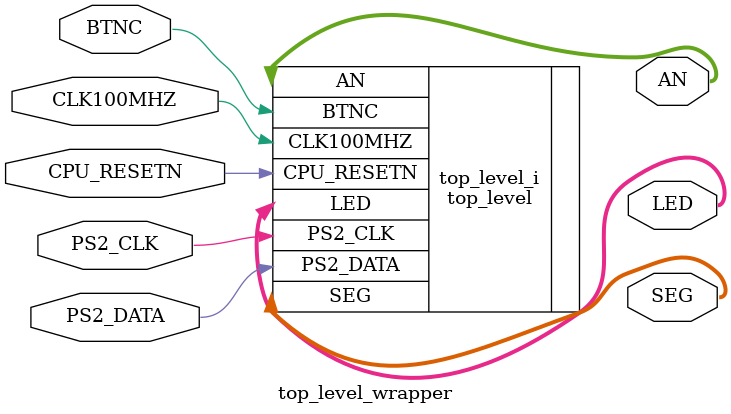
<source format=v>
`timescale 1 ps / 1 ps

module top_level_wrapper
   (AN,
    BTNC,
    CLK100MHZ,
    CPU_RESETN,
    LED,
    PS2_CLK,
    PS2_DATA,
    SEG);
  output [7:0]AN;
  input BTNC;
  input CLK100MHZ;
  input CPU_RESETN;
  output [15:0]LED;
  input [0:0]PS2_CLK;
  input [0:0]PS2_DATA;
  output [7:0]SEG;

  wire [7:0]AN;
  wire BTNC;
  wire CLK100MHZ;
  wire CPU_RESETN;
  wire [15:0]LED;
  wire [0:0]PS2_CLK;
  wire [0:0]PS2_DATA;
  wire [7:0]SEG;

  top_level top_level_i
       (.AN(AN),
        .BTNC(BTNC),
        .CLK100MHZ(CLK100MHZ),
        .CPU_RESETN(CPU_RESETN),
        .LED(LED),
        .PS2_CLK(PS2_CLK),
        .PS2_DATA(PS2_DATA),
        .SEG(SEG));
endmodule

</source>
